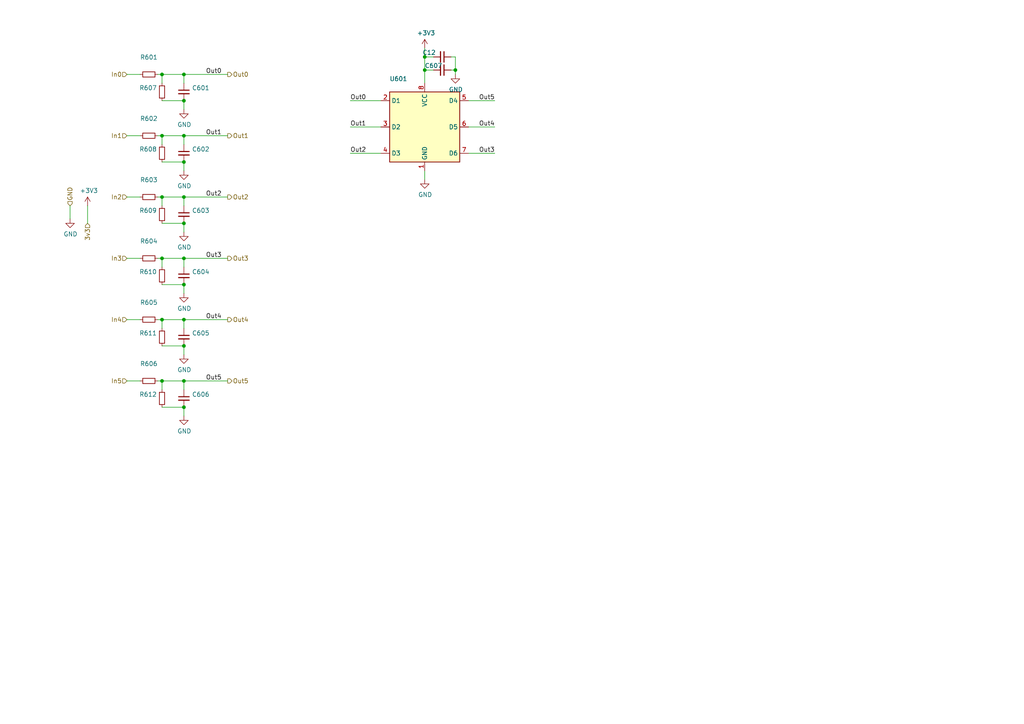
<source format=kicad_sch>
(kicad_sch (version 20211123) (generator eeschema)
  (paper "A4")
  (lib_symbols
    (symbol "Device:C_Small" (pin_numbers hide) (pin_names (offset 0.254) hide)
      (property "Reference" "C" (at 0.254 1.778 0))
      (property "Value" "C_Small" (at 0.254 -2.032 0))
      (symbol "C_Small_0_1"
        (polyline (pts (xy -1.524 -0.508) (xy 1.524 -0.508)) (stroke (width 0.3302)))
        (polyline (pts (xy -1.524 0.508) (xy 1.524 0.508)) (stroke (width 0.3048)))
      )
      (symbol "C_Small_1_1"
        (pin passive line (at 0 2.54 270) (length 2.032) (name "~") (number "1"))
        (pin passive line (at 0 -2.54 90) (length 2.032) (name "~") (number "2"))
      )
    )
    (symbol "Device:R_Small" (pin_numbers hide) (pin_names (offset 0.254) hide)
      (property "Reference" "R" (at 0.762 0.508 0))
      (property "Value" "R_Small" (at 0.762 -1.016 0))
      (symbol "R_Small_0_1"
        (rectangle (start -0.762 1.778) (end 0.762 -1.778) (stroke (width 0.2032)))
      )
      (symbol "R_Small_1_1"
        (pin passive line (at 0 2.54 270) (length 0.762) (name "~") (number "1"))
        (pin passive line (at 0 -2.54 90) (length 0.762) (name "~") (number "2"))
      )
    )
    (symbol "power:+3V3" (power) (pin_names (offset 0))
      (property "Value" "+3V3" (at 0 3.556 0))
      (symbol "+3V3_0_1"
        (polyline (pts (xy -0.762 1.27) (xy 0 2.54)))
        (polyline (pts (xy 0 0) (xy 0 2.54)))
        (polyline (pts (xy 0 2.54) (xy 0.762 1.27)))
      )
      (symbol "+3V3_1_1"
        (pin power_in line (at 0 0 90) (length 0) hide (name "+3V3") (number "1"))
      )
    )
    (symbol "power:GND" (power) (pin_names (offset 0))
      (property "Value" "GND" (at 0 -3.81 0))
      (symbol "GND_0_1"
        (polyline (pts (xy 0 0) (xy 0 -1.27) (xy 1.27 -1.27) (xy 0 -2.54) (xy -1.27 -1.27) (xy 0 -1.27)))
      )
      (symbol "GND_1_1"
        (pin power_in line (at 0 0 270) (length 0) hide (name "GND") (number "1"))
      )
    )
    (symbol "tl7726:TL7726IDR"
      (property "Reference" "U" (at 5.08 11.43 0))
      (property "Value" "TL7726IDR" (at 1.27 -12.7 0))
      (symbol "TL7726IDR_0_1"
        (rectangle (start -10.16 10.16) (end 10.16 -10.16) (stroke (width 0.254)) (fill (type background)))
      )
      (symbol "TL7726IDR_1_1"
        (pin power_in line (at 0 -12.7 90) (length 2.54) (name "GND") (number "1"))
        (pin passive line (at -12.7 7.62 0) (length 2.54) (name "D1") (number "2"))
        (pin passive line (at -12.7 0 0) (length 2.54) (name "D2") (number "3"))
        (pin passive line (at -12.7 -7.62 0) (length 2.54) (name "D3") (number "4"))
        (pin passive line (at 12.7 7.62 180) (length 2.54) (name "D4") (number "5"))
        (pin passive line (at 12.7 0 180) (length 2.54) (name "D5") (number "6"))
        (pin passive line (at 12.7 -7.62 180) (length 2.54) (name "D6") (number "7"))
        (pin power_in line (at 0 12.7 270) (length 2.54) (name "VCC") (number "8"))
      )
    )
  )
  (junction (at 46.99 39.37))
  (junction (at 46.99 74.93))
  (junction (at 53.34 92.71))
  (junction (at 53.34 110.49))
  (junction (at 53.34 46.99))
  (junction (at 132.08 20.32))
  (junction (at 46.99 92.71))
  (junction (at 53.34 100.33))
  (junction (at 53.34 39.37))
  (junction (at 53.34 74.93))
  (junction (at 53.34 21.59))
  (junction (at 53.34 29.21))
  (junction (at 123.19 16.51))
  (junction (at 46.99 110.49))
  (junction (at 53.34 82.55))
  (junction (at 46.99 57.15))
  (junction (at 53.34 64.77))
  (junction (at 46.99 21.59))
  (junction (at 53.34 57.15))
  (junction (at 123.19 20.32))
  (junction (at 53.34 118.11))
  (wire (pts (xy 53.34 59.69) (xy 53.34 57.15)))
  (wire (pts (xy 125.73 16.51) (xy 123.19 16.51)))
  (wire (pts (xy 46.99 24.13) (xy 46.99 21.59)))
  (wire (pts (xy 45.72 57.15) (xy 46.99 57.15)))
  (wire (pts (xy 46.99 57.15) (xy 53.34 57.15)))
  (wire (pts (xy 130.81 16.51) (xy 132.08 16.51)))
  (wire (pts (xy 123.19 52.07) (xy 123.19 49.53)))
  (wire (pts (xy 46.99 39.37) (xy 53.34 39.37)))
  (wire (pts (xy 45.72 74.93) (xy 46.99 74.93)))
  (wire (pts (xy 46.99 74.93) (xy 53.34 74.93)))
  (wire (pts (xy 101.6 44.45) (xy 110.49 44.45)))
  (wire (pts (xy 45.72 39.37) (xy 46.99 39.37)))
  (wire (pts (xy 53.34 41.91) (xy 53.34 39.37)))
  (wire (pts (xy 46.99 21.59) (xy 53.34 21.59)))
  (wire (pts (xy 53.34 67.31) (xy 53.34 64.77)))
  (wire (pts (xy 143.51 36.83) (xy 135.89 36.83)))
  (wire (pts (xy 46.99 82.55) (xy 53.34 82.55)))
  (wire (pts (xy 40.64 39.37) (xy 36.83 39.37)))
  (wire (pts (xy 46.99 64.77) (xy 53.34 64.77)))
  (wire (pts (xy 45.72 110.49) (xy 46.99 110.49)))
  (wire (pts (xy 40.64 92.71) (xy 36.83 92.71)))
  (wire (pts (xy 53.34 74.93) (xy 66.04 74.93)))
  (wire (pts (xy 46.99 113.03) (xy 46.99 110.49)))
  (wire (pts (xy 53.34 77.47) (xy 53.34 74.93)))
  (wire (pts (xy 53.34 31.75) (xy 53.34 29.21)))
  (wire (pts (xy 46.99 41.91) (xy 46.99 39.37)))
  (wire (pts (xy 132.08 21.59) (xy 132.08 20.32)))
  (wire (pts (xy 143.51 29.21) (xy 135.89 29.21)))
  (wire (pts (xy 123.19 16.51) (xy 123.19 20.32)))
  (wire (pts (xy 46.99 29.21) (xy 53.34 29.21)))
  (wire (pts (xy 53.34 120.65) (xy 53.34 118.11)))
  (wire (pts (xy 132.08 20.32) (xy 130.81 20.32)))
  (wire (pts (xy 40.64 74.93) (xy 36.83 74.93)))
  (wire (pts (xy 53.34 39.37) (xy 66.04 39.37)))
  (wire (pts (xy 101.6 29.21) (xy 110.49 29.21)))
  (wire (pts (xy 40.64 110.49) (xy 36.83 110.49)))
  (wire (pts (xy 46.99 59.69) (xy 46.99 57.15)))
  (wire (pts (xy 53.34 113.03) (xy 53.34 110.49)))
  (wire (pts (xy 53.34 92.71) (xy 66.04 92.71)))
  (wire (pts (xy 25.4 64.77) (xy 25.4 59.69)))
  (wire (pts (xy 46.99 46.99) (xy 53.34 46.99)))
  (wire (pts (xy 53.34 49.53) (xy 53.34 46.99)))
  (wire (pts (xy 143.51 44.45) (xy 135.89 44.45)))
  (wire (pts (xy 125.73 20.32) (xy 123.19 20.32)))
  (wire (pts (xy 46.99 100.33) (xy 53.34 100.33)))
  (wire (pts (xy 45.72 21.59) (xy 46.99 21.59)))
  (wire (pts (xy 40.64 57.15) (xy 36.83 57.15)))
  (wire (pts (xy 45.72 92.71) (xy 46.99 92.71)))
  (wire (pts (xy 53.34 21.59) (xy 66.04 21.59)))
  (wire (pts (xy 53.34 24.13) (xy 53.34 21.59)))
  (wire (pts (xy 123.19 13.97) (xy 123.19 16.51)))
  (wire (pts (xy 53.34 95.25) (xy 53.34 92.71)))
  (wire (pts (xy 132.08 16.51) (xy 132.08 20.32)))
  (wire (pts (xy 20.32 59.69) (xy 20.32 63.5)))
  (wire (pts (xy 46.99 77.47) (xy 46.99 74.93)))
  (wire (pts (xy 46.99 118.11) (xy 53.34 118.11)))
  (wire (pts (xy 53.34 85.09) (xy 53.34 82.55)))
  (wire (pts (xy 46.99 92.71) (xy 53.34 92.71)))
  (wire (pts (xy 46.99 110.49) (xy 53.34 110.49)))
  (wire (pts (xy 53.34 102.87) (xy 53.34 100.33)))
  (wire (pts (xy 53.34 110.49) (xy 66.04 110.49)))
  (wire (pts (xy 46.99 95.25) (xy 46.99 92.71)))
  (wire (pts (xy 53.34 57.15) (xy 66.04 57.15)))
  (wire (pts (xy 101.6 36.83) (xy 110.49 36.83)))
  (wire (pts (xy 123.19 20.32) (xy 123.19 24.13)))
  (wire (pts (xy 40.64 21.59) (xy 36.83 21.59)))
  (label "Out4" (at 143.51 36.83 180))
  (label "Out0" (at 59.69 21.59 0))
  (label "Out2" (at 59.69 57.15 0))
  (label "Out2" (at 101.6 44.45 0))
  (label "Out0" (at 101.6 29.21 0))
  (label "Out4" (at 59.69 92.71 0))
  (label "Out1" (at 59.69 39.37 0))
  (label "Out3" (at 143.51 44.45 180))
  (label "Out3" (at 59.69 74.93 0))
  (label "Out1" (at 101.6 36.83 0))
  (label "Out5" (at 143.51 29.21 180))
  (label "Out5" (at 59.69 110.49 0))
  (hierarchical_label "Out3" (shape output) (at 66.04 74.93 0))
  (hierarchical_label "Out0" (shape output) (at 66.04 21.59 0))
  (hierarchical_label "GND" (shape input) (at 20.32 59.69 90))
  (hierarchical_label "In2" (shape input) (at 36.83 57.15 180))
  (hierarchical_label "In5" (shape input) (at 36.83 110.49 180))
  (hierarchical_label "3v3" (shape input) (at 25.4 64.77 270))
  (hierarchical_label "Out4" (shape output) (at 66.04 92.71 0))
  (hierarchical_label "In0" (shape input) (at 36.83 21.59 180))
  (hierarchical_label "In1" (shape input) (at 36.83 39.37 180))
  (hierarchical_label "In3" (shape input) (at 36.83 74.93 180))
  (hierarchical_label "Out2" (shape output) (at 66.04 57.15 0))
  (hierarchical_label "Out1" (shape output) (at 66.04 39.37 0))
  (hierarchical_label "Out5" (shape output) (at 66.04 110.49 0))
  (hierarchical_label "In4" (shape input) (at 36.83 92.71 180))
  (symbol (lib_id "Device:C_Small") (at 128.27 16.51 270) (unit 1)
    (property "Reference" "C12" (at 124.46 15.24 90))
  )
  (symbol (lib_id "Device:R_Small") (at 43.18 39.37 270) (unit 1)
    (property "Reference" "R602" (at 43.18 34.3916 90))
  )
  (symbol (lib_id "Device:C_Small") (at 53.34 44.45 0) (unit 1)
    (property "Reference" "C602" (at 55.6768 43.2816 0) (effects (justify left)))
  )
  (symbol (lib_id "Device:R_Small") (at 46.99 44.45 0) (mirror x) (unit 1)
    (property "Reference" "R608" (at 45.5168 43.2816 0) (effects (justify right)))
  )
  (symbol (lib_id "power:GND") (at 53.34 49.53 0) (unit 1)
    (property "Reference" "#PWR0603" (effects hide))
  )
  (symbol (lib_id "power:GND") (at 20.32 63.5 0) (unit 1)
    (property "Reference" "#PWR0601" (effects hide))
  )
  (symbol (lib_id "Device:R_Small") (at 43.18 57.15 270) (unit 1)
    (property "Reference" "R603" (at 43.18 52.1716 90))
  )
  (symbol (lib_id "Device:C_Small") (at 53.34 62.23 0) (unit 1)
    (property "Reference" "C603" (at 55.6768 61.0616 0) (effects (justify left)))
  )
  (symbol (lib_id "Device:R_Small") (at 46.99 62.23 0) (mirror x) (unit 1)
    (property "Reference" "R609" (at 45.5168 61.0616 0) (effects (justify right)))
  )
  (symbol (lib_id "power:GND") (at 53.34 67.31 0) (unit 1)
    (property "Reference" "#PWR0604" (effects hide))
  )
  (symbol (lib_id "Device:R_Small") (at 43.18 74.93 270) (unit 1)
    (property "Reference" "R604" (at 43.18 69.9516 90))
  )
  (symbol (lib_id "Device:C_Small") (at 53.34 80.01 0) (unit 1)
    (property "Reference" "C604" (at 55.6768 78.8416 0) (effects (justify left)))
  )
  (symbol (lib_id "Device:R_Small") (at 46.99 80.01 0) (mirror x) (unit 1)
    (property "Reference" "R610" (at 45.5168 78.8416 0) (effects (justify right)))
  )
  (symbol (lib_id "power:GND") (at 53.34 85.09 0) (unit 1)
    (property "Reference" "#PWR0605" (effects hide))
  )
  (symbol (lib_id "Device:R_Small") (at 43.18 92.71 270) (unit 1)
    (property "Reference" "R605" (at 43.18 87.7316 90))
  )
  (symbol (lib_id "Device:C_Small") (at 53.34 97.79 0) (unit 1)
    (property "Reference" "C605" (at 55.6768 96.6216 0) (effects (justify left)))
  )
  (symbol (lib_id "Device:R_Small") (at 46.99 97.79 0) (mirror x) (unit 1)
    (property "Reference" "R611" (at 45.5168 96.6216 0) (effects (justify right)))
  )
  (symbol (lib_id "power:GND") (at 53.34 102.87 0) (unit 1)
    (property "Reference" "#PWR0606" (effects hide))
  )
  (symbol (lib_id "Device:R_Small") (at 43.18 110.49 270) (unit 1)
    (property "Reference" "R606" (at 43.18 105.5116 90))
  )
  (symbol (lib_id "Device:C_Small") (at 53.34 115.57 0) (unit 1)
    (property "Reference" "C606" (at 55.6768 114.4016 0) (effects (justify left)))
  )
  (symbol (lib_id "Device:R_Small") (at 46.99 115.57 0) (mirror x) (unit 1)
    (property "Reference" "R612" (at 45.5168 114.4016 0) (effects (justify right)))
  )
  (symbol (lib_id "power:GND") (at 53.34 120.65 0) (unit 1)
    (property "Reference" "#PWR0607" (effects hide))
  )
  (symbol (lib_id "Device:R_Small") (at 43.18 21.59 270) (unit 1)
    (property "Reference" "R601" (at 43.18 16.6116 90))
  )
  (symbol (lib_id "Device:C_Small") (at 53.34 26.67 0) (unit 1)
    (property "Reference" "C601" (at 55.6768 25.5016 0) (effects (justify left)))
  )
  (symbol (lib_id "Device:R_Small") (at 46.99 26.67 0) (mirror x) (unit 1)
    (property "Reference" "R607" (at 45.5168 25.5016 0) (effects (justify right)))
  )
  (symbol (lib_id "power:GND") (at 53.34 31.75 0) (unit 1)
    (property "Reference" "#PWR0602" (effects hide))
  )
  (symbol (lib_id "tl7726:TL7726IDR") (at 123.19 36.83 0) (unit 1)
    (property "Reference" "U601" (at 115.57 22.86 0))
    (property "Datasheet" "http://www.ti.com/lit/ds/symlink/tpd4s1394.pdf" (effects hide))
  )
  (symbol (lib_id "power:GND") (at 123.19 52.07 0) (unit 1)
    (property "Reference" "#PWR0119" (effects hide))
  )
  (symbol (lib_id "power:+3V3") (at 25.4 59.69 0) (unit 1)
    (property "Reference" "#PWR0120" (effects hide))
  )
  (symbol (lib_id "power:+3V3") (at 123.19 13.97 0) (unit 1)
    (property "Reference" "#PWR0121" (effects hide))
  )
  (symbol (lib_id "Device:C_Small") (at 128.27 20.32 270) (unit 1)
    (property "Reference" "C607" (at 125.73 19.05 90))
  )
  (symbol (lib_id "power:GND") (at 132.08 21.59 0) (unit 1)
    (property "Reference" "#PWR0122" (effects hide))
  )
)
</source>
